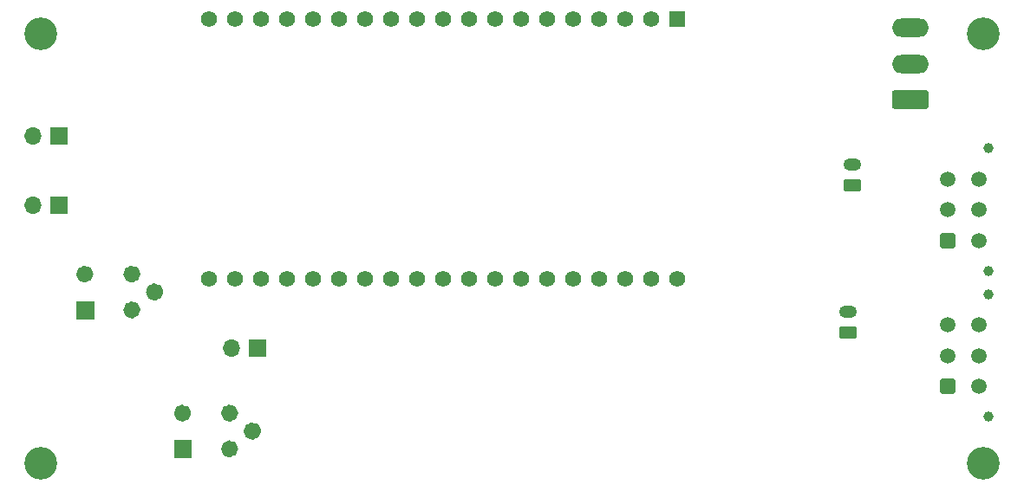
<source format=gbs>
G04 #@! TF.GenerationSoftware,KiCad,Pcbnew,(6.0.1)*
G04 #@! TF.CreationDate,2022-05-31T14:36:13+02:00*
G04 #@! TF.ProjectId,Drawer_Controller,44726177-6572-45f4-936f-6e74726f6c6c,rev?*
G04 #@! TF.SameCoordinates,Original*
G04 #@! TF.FileFunction,Soldermask,Bot*
G04 #@! TF.FilePolarity,Negative*
%FSLAX46Y46*%
G04 Gerber Fmt 4.6, Leading zero omitted, Abs format (unit mm)*
G04 Created by KiCad (PCBNEW (6.0.1)) date 2022-05-31 14:36:13*
%MOMM*%
%LPD*%
G01*
G04 APERTURE LIST*
G04 Aperture macros list*
%AMRoundRect*
0 Rectangle with rounded corners*
0 $1 Rounding radius*
0 $2 $3 $4 $5 $6 $7 $8 $9 X,Y pos of 4 corners*
0 Add a 4 corners polygon primitive as box body*
4,1,4,$2,$3,$4,$5,$6,$7,$8,$9,$2,$3,0*
0 Add four circle primitives for the rounded corners*
1,1,$1+$1,$2,$3*
1,1,$1+$1,$4,$5*
1,1,$1+$1,$6,$7*
1,1,$1+$1,$8,$9*
0 Add four rect primitives between the rounded corners*
20,1,$1+$1,$2,$3,$4,$5,0*
20,1,$1+$1,$4,$5,$6,$7,0*
20,1,$1+$1,$6,$7,$8,$9,0*
20,1,$1+$1,$8,$9,$2,$3,0*%
G04 Aperture macros list end*
%ADD10C,0.876200*%
%ADD11C,0.836200*%
%ADD12C,0.010000*%
%ADD13O,1.750000X1.200000*%
%ADD14RoundRect,0.250000X0.625000X-0.350000X0.625000X0.350000X-0.625000X0.350000X-0.625000X-0.350000X0*%
%ADD15C,1.000000*%
%ADD16RoundRect,0.250001X0.499999X-0.499999X0.499999X0.499999X-0.499999X0.499999X-0.499999X-0.499999X0*%
%ADD17C,1.500000*%
%ADD18C,3.200000*%
%ADD19C,1.600000*%
%ADD20R,1.700000X1.700000*%
%ADD21O,1.700000X1.700000*%
%ADD22R,1.560000X1.560000*%
%ADD23C,1.560000*%
%ADD24RoundRect,0.250000X1.550000X-0.650000X1.550000X0.650000X-1.550000X0.650000X-1.550000X-0.650000X0*%
%ADD25O,3.600000X1.800000*%
G04 APERTURE END LIST*
D10*
X127587100Y-142875000D02*
G75*
G03*
X127587100Y-142875000I-438100J0D01*
G01*
D11*
X125337100Y-141125000D02*
G75*
G03*
X125337100Y-141125000I-418100J0D01*
G01*
X125337100Y-144625000D02*
G75*
G03*
X125337100Y-144625000I-418100J0D01*
G01*
X120737100Y-141125000D02*
G75*
G03*
X120737100Y-141125000I-418100J0D01*
G01*
D12*
X119482800Y-145461200D02*
X119482800Y-143788800D01*
X119482800Y-143788800D02*
X121155200Y-143788800D01*
X121155200Y-143788800D02*
X121155200Y-145461200D01*
X121155200Y-145461200D02*
X119482800Y-145461200D01*
G36*
X121155200Y-145461200D02*
G01*
X119482800Y-145461200D01*
X119482800Y-143788800D01*
X121155200Y-143788800D01*
X121155200Y-145461200D01*
G37*
X121155200Y-145461200D02*
X119482800Y-145461200D01*
X119482800Y-143788800D01*
X121155200Y-143788800D01*
X121155200Y-145461200D01*
D11*
X115798100Y-127536000D02*
G75*
G03*
X115798100Y-127536000I-418100J0D01*
G01*
X111198100Y-127536000D02*
G75*
G03*
X111198100Y-127536000I-418100J0D01*
G01*
X115798100Y-131036000D02*
G75*
G03*
X115798100Y-131036000I-418100J0D01*
G01*
D10*
X118048100Y-129286000D02*
G75*
G03*
X118048100Y-129286000I-438100J0D01*
G01*
D12*
X109943800Y-131872200D02*
X109943800Y-130199800D01*
X109943800Y-130199800D02*
X111616200Y-130199800D01*
X111616200Y-130199800D02*
X111616200Y-131872200D01*
X111616200Y-131872200D02*
X109943800Y-131872200D01*
G36*
X111616200Y-131872200D02*
G01*
X109943800Y-131872200D01*
X109943800Y-130199800D01*
X111616200Y-130199800D01*
X111616200Y-131872200D01*
G37*
X111616200Y-131872200D02*
X109943800Y-131872200D01*
X109943800Y-130199800D01*
X111616200Y-130199800D01*
X111616200Y-131872200D01*
D13*
X185733600Y-116850000D03*
D14*
X185733600Y-118850000D03*
D15*
X199025000Y-115250000D03*
X199025000Y-127250000D03*
D16*
X195085000Y-124250000D03*
D17*
X195085000Y-121250000D03*
X195085000Y-118250000D03*
X198085000Y-124250000D03*
X198085000Y-121250000D03*
X198085000Y-118250000D03*
D14*
X185301800Y-133257800D03*
D13*
X185301800Y-131257800D03*
D18*
X198500000Y-146000000D03*
X106500000Y-104000000D03*
D19*
X127149000Y-142875000D03*
D18*
X198500000Y-104000000D03*
X106500000Y-146000000D03*
D20*
X108275000Y-114046000D03*
D21*
X105735000Y-114046000D03*
D20*
X108275000Y-120786000D03*
D21*
X105735000Y-120786000D03*
D20*
X127625000Y-134750000D03*
D21*
X125085000Y-134750000D03*
D22*
X168604000Y-102616000D03*
D23*
X166064000Y-102616000D03*
X163524000Y-102616000D03*
X160984000Y-102616000D03*
X158444000Y-102616000D03*
X155904000Y-102616000D03*
X153364000Y-102616000D03*
X150824000Y-102616000D03*
X148284000Y-102616000D03*
X145744000Y-102616000D03*
X143204000Y-102616000D03*
X140664000Y-102616000D03*
X138124000Y-102616000D03*
X135584000Y-102616000D03*
X133044000Y-102616000D03*
X130504000Y-102616000D03*
X127964000Y-102616000D03*
X125424000Y-102616000D03*
X122884000Y-102616000D03*
X168604000Y-128016000D03*
X166064000Y-128016000D03*
X163524000Y-128016000D03*
X160984000Y-128016000D03*
X158444000Y-128016000D03*
X155904000Y-128016000D03*
X153364000Y-128016000D03*
X150824000Y-128016000D03*
X148284000Y-128016000D03*
X145744000Y-128016000D03*
X143204000Y-128016000D03*
X140664000Y-128016000D03*
X138124000Y-128016000D03*
X135584000Y-128016000D03*
X133044000Y-128016000D03*
X130504000Y-128016000D03*
X127964000Y-128016000D03*
X125424000Y-128016000D03*
X122884000Y-128016000D03*
D15*
X199025000Y-129500000D03*
X199025000Y-141500000D03*
D16*
X195085000Y-138500000D03*
D17*
X195085000Y-135500000D03*
X195085000Y-132500000D03*
X198085000Y-138500000D03*
X198085000Y-135500000D03*
X198085000Y-132500000D03*
D19*
X117610000Y-129286000D03*
D24*
X191392500Y-110482500D03*
D25*
X191392500Y-106982500D03*
X191392500Y-103482500D03*
M02*

</source>
